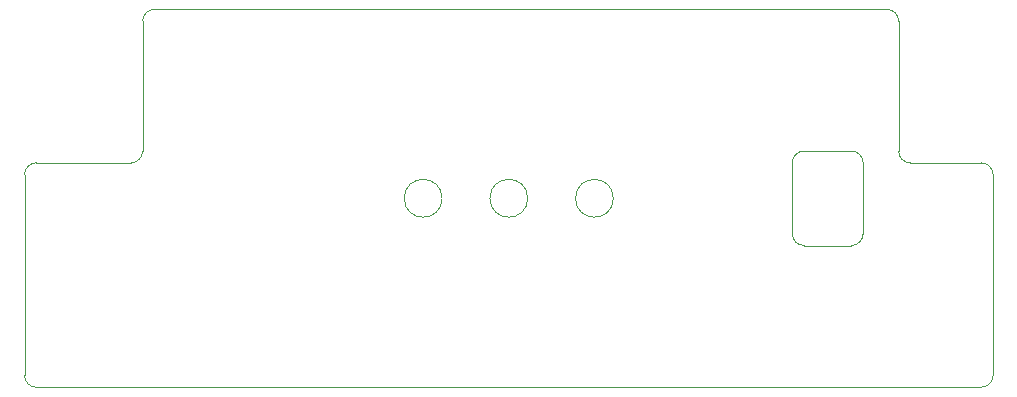
<source format=gbr>
G04 #@! TF.GenerationSoftware,KiCad,Pcbnew,(5.1.2)-1*
G04 #@! TF.CreationDate,2024-09-22T12:56:42+09:00*
G04 #@! TF.ProjectId,pc_back,70635f62-6163-46b2-9e6b-696361645f70,v1.1*
G04 #@! TF.SameCoordinates,Original*
G04 #@! TF.FileFunction,Profile,NP*
%FSLAX46Y46*%
G04 Gerber Fmt 4.6, Leading zero omitted, Abs format (unit mm)*
G04 Created by KiCad (PCBNEW (5.1.2)-1) date 2024-09-22 12:56:42*
%MOMM*%
%LPD*%
G04 APERTURE LIST*
%ADD10C,0.050000*%
G04 APERTURE END LIST*
D10*
X113000000Y-122000000D02*
X105000000Y-122000000D01*
X114000000Y-110000000D02*
X114000000Y-121000000D01*
X114000000Y-110000000D02*
G75*
G02X115000000Y-109000000I1000000J0D01*
G01*
X104000000Y-123000000D02*
G75*
G02X105000000Y-122000000I1000000J0D01*
G01*
X179000000Y-122000000D02*
X185000000Y-122000000D01*
X178000000Y-121000000D02*
X178000000Y-110000000D01*
X177000000Y-109000000D02*
G75*
G02X178000000Y-110000000I0J-1000000D01*
G01*
X179000000Y-122000000D02*
G75*
G02X178000000Y-121000000I0J1000000D01*
G01*
X175000000Y-128000000D02*
G75*
G02X174000000Y-129000000I-1000000J0D01*
G01*
X170000000Y-129000000D02*
G75*
G02X169000000Y-128000000I0J1000000D01*
G01*
X169000000Y-122000000D02*
G75*
G02X170000000Y-121000000I1000000J0D01*
G01*
X174000000Y-121000000D02*
G75*
G02X175000000Y-122000000I0J-1000000D01*
G01*
X170000000Y-129000000D02*
X174000000Y-129000000D01*
X169000000Y-122000000D02*
X169000000Y-128000000D01*
X174000000Y-121000000D02*
X170000000Y-121000000D01*
X175000000Y-128000000D02*
X175000000Y-122000000D01*
X146600000Y-125000000D02*
G75*
G03X146600000Y-125000000I-1600000J0D01*
G01*
X153850000Y-125000000D02*
G75*
G03X153850000Y-125000000I-1600000J0D01*
G01*
X139350000Y-125000000D02*
G75*
G03X139350000Y-125000000I-1600000J0D01*
G01*
X114000000Y-121000000D02*
G75*
G02X113000000Y-122000000I-1000000J0D01*
G01*
X185000000Y-122000000D02*
G75*
G02X186000000Y-123000000I0J-1000000D01*
G01*
X186000000Y-140000000D02*
G75*
G02X185000000Y-141000000I-1000000J0D01*
G01*
X105000000Y-141000000D02*
G75*
G02X104000000Y-140000000I0J1000000D01*
G01*
X104000000Y-123000000D02*
X104000000Y-140000000D01*
X177000000Y-109000000D02*
X115000000Y-109000000D01*
X186000000Y-140000000D02*
X186000000Y-123000000D01*
X105000000Y-141000000D02*
X185000000Y-141000000D01*
M02*

</source>
